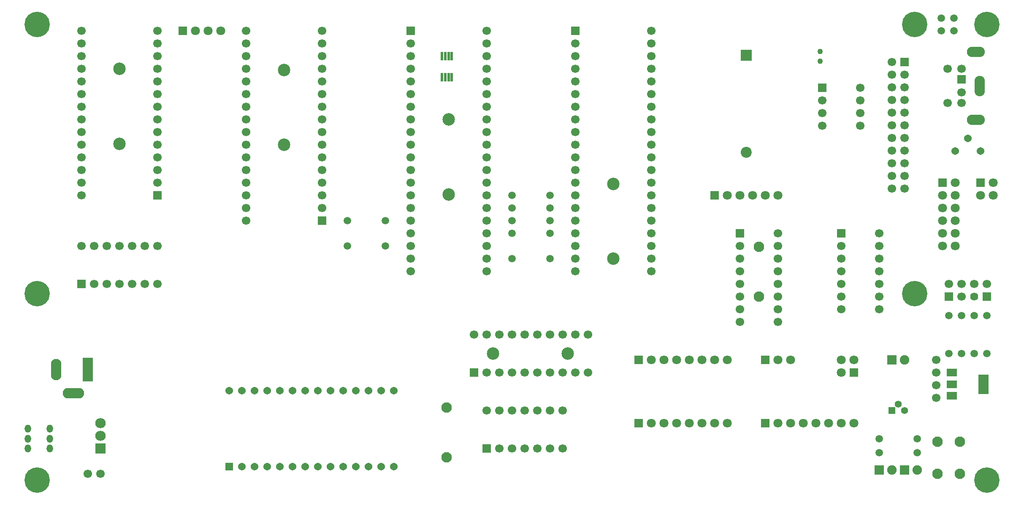
<source format=gbr>
%TF.GenerationSoftware,Novarm,DipTrace,4.3.0.4*%
%TF.CreationDate,2023-05-10T13:10:40+01:00*%
%FSLAX26Y26*%
%MOIN*%
%TF.FileFunction,Soldermask,Top*%
%TF.Part,Single*%
%AMOUTLINE1*
4,1,28,
-0.009843,-0.02818,
-0.009843,0.02818,
-0.009658,0.029584,
-0.009066,0.031012,
-0.008125,0.032239,
-0.006898,0.03318,
-0.00547,0.033772,
-0.004066,0.033957,
0.004066,0.033957,
0.00547,0.033772,
0.006898,0.03318,
0.008125,0.032239,
0.009066,0.031012,
0.009658,0.029584,
0.009843,0.02818,
0.009843,-0.02818,
0.009658,-0.029584,
0.009066,-0.031012,
0.008125,-0.032239,
0.006898,-0.03318,
0.00547,-0.033772,
0.004066,-0.033957,
-0.004066,-0.033957,
-0.00547,-0.033772,
-0.006898,-0.03318,
-0.008125,-0.032239,
-0.009066,-0.031012,
-0.009658,-0.029584,
-0.009843,-0.02818,
0*%
%ADD18C,0.055118*%
%ADD20R,0.066929X0.066929*%
%ADD21C,0.066929*%
%ADD25C,0.066929*%
%ADD33R,0.070866X0.070866*%
%ADD34C,0.070866*%
%ADD47C,0.082677*%
%ADD52C,0.043307*%
%ADD62C,0.086614*%
%ADD63R,0.086614X0.086614*%
%ADD65C,0.063937*%
%ADD67C,0.06063*%
%ADD69R,0.082677X0.153543*%
%ADD71R,0.082677X0.062992*%
%ADD73O,0.082677X0.078937*%
%ADD75R,0.082677X0.078937*%
%ADD77O,0.169291X0.082677*%
%ADD79O,0.082677X0.169291*%
%ADD81R,0.082677X0.185039*%
%ADD83O,0.051181X0.063937*%
%ADD85C,0.074803*%
%ADD86R,0.074803X0.074803*%
%ADD87O,0.082677X0.161417*%
%ADD89O,0.141732X0.082677*%
%ADD91C,0.06063*%
%ADD93R,0.06063X0.06063*%
%ADD95C,0.098425*%
%ADD97C,0.059055*%
%ADD98C,0.200787*%
%ADD100R,0.055118X0.055118*%
%ADD102C,0.070866*%
%ADD103C,0.059055*%
%ADD115OUTLINE1*%
G75*
G01*
%LPD*%
D20*
X902756Y2094488D3*
D21*
X1002756D3*
X1102756D3*
X1202756D3*
X1302756D3*
X1402756D3*
X1502756D3*
Y2394488D3*
X1402756D3*
X1302756D3*
X1202756D3*
X1102756D3*
X1002756D3*
X902756D3*
D20*
X2803150Y2593701D3*
D21*
Y2693701D3*
Y2793701D3*
Y2893701D3*
Y2993701D3*
Y3093701D3*
Y3193701D3*
Y3293701D3*
Y3393701D3*
Y3493701D3*
Y3593701D3*
Y3693701D3*
Y3793701D3*
Y3893701D3*
Y3993701D3*
Y4093701D3*
X2203150D3*
Y3993701D3*
Y3893701D3*
Y3793701D3*
Y3693701D3*
Y3593701D3*
Y3493701D3*
Y3393701D3*
Y3293701D3*
Y3193701D3*
Y3093701D3*
Y2993701D3*
Y2893701D3*
Y2793701D3*
Y2693701D3*
Y2593701D3*
D97*
X4602756D3*
D103*
X4302756D3*
D20*
X4802756Y4093701D3*
D21*
Y3993701D3*
Y3893701D3*
Y3793701D3*
Y3693701D3*
Y3593701D3*
Y3493701D3*
Y3393701D3*
Y3293701D3*
Y3193701D3*
Y3093701D3*
Y2993701D3*
Y2893701D3*
Y2793701D3*
Y2693701D3*
Y2593701D3*
Y2493701D3*
Y2393701D3*
Y2293701D3*
Y2193701D3*
X5402756D3*
Y2293701D3*
Y2393701D3*
Y2493701D3*
Y2593701D3*
Y2693701D3*
Y2793701D3*
Y2893701D3*
Y2993701D3*
Y3093701D3*
Y3193701D3*
Y3293701D3*
Y3393701D3*
Y3493701D3*
Y3593701D3*
Y3693701D3*
Y3793701D3*
Y3893701D3*
Y3993701D3*
Y4093701D3*
D33*
X6302756Y993701D3*
D102*
X6402756D3*
X6502756D3*
X6602756D3*
X6702756D3*
X6802756D3*
X6902756D3*
X7002756D3*
D33*
X6302756Y1493701D3*
D102*
X6402756D3*
X6502756D3*
D47*
X7664173Y593701D3*
Y849606D3*
X7841339Y593701D3*
Y849606D3*
D33*
X7002756Y1393701D3*
D102*
X6902756D3*
X7002756Y1493701D3*
X6902756D3*
D100*
X7302756Y1093701D3*
D18*
X7352756Y1143701D3*
X7402756Y1093701D3*
D47*
X6252756Y1993701D3*
Y2387402D3*
D33*
X7702756Y2893701D3*
D102*
X7802756D3*
X7702756Y2793701D3*
X7802756D3*
X7702756Y2693701D3*
X7802756D3*
X7702756Y2593701D3*
X7802756D3*
X7702756Y2493701D3*
X7802756D3*
X7702756Y2393701D3*
X7802756D3*
D33*
X5902756Y2793701D3*
D34*
X6002756D3*
X6102756D3*
X6202756D3*
X6302756D3*
X6402756D3*
D98*
X552756Y4143701D3*
Y2017717D3*
X7481890Y4143701D3*
Y2017717D3*
D20*
X7403150Y3848425D3*
D25*
X7303150D3*
X7403150Y3748425D3*
X7303150D3*
X7403150Y3648425D3*
X7303150D3*
X7403150Y3548425D3*
X7303150D3*
X7403150Y3448425D3*
X7303150D3*
X7403150Y3348425D3*
X7303150D3*
X7403150Y3248425D3*
X7303150D3*
X7403150Y3148425D3*
X7303150D3*
X7403150Y3048425D3*
X7303150D3*
X7403150Y2948425D3*
X7303150D3*
X7403150Y2848425D3*
X7303150D3*
D33*
X5302756Y1493701D3*
D102*
X5402756D3*
X5502756D3*
X5602756D3*
X5702756D3*
X5802756D3*
X5902756D3*
X6002756D3*
D97*
X7752756Y1843701D3*
D103*
Y1543701D3*
D20*
X3502362Y4093701D3*
D21*
Y3993701D3*
Y3893701D3*
Y3793701D3*
Y3693701D3*
Y3593701D3*
Y3493701D3*
Y3393701D3*
Y3293701D3*
Y3193701D3*
Y3093701D3*
Y2993701D3*
Y2893701D3*
Y2793701D3*
Y2693701D3*
Y2593701D3*
Y2493701D3*
Y2393701D3*
Y2293701D3*
Y2193701D3*
X4102362D3*
Y2293701D3*
Y2393701D3*
Y2493701D3*
Y2593701D3*
Y2693701D3*
Y2793701D3*
Y2893701D3*
Y2993701D3*
Y3093701D3*
Y3193701D3*
Y3293701D3*
Y3393701D3*
Y3493701D3*
Y3593701D3*
Y3693701D3*
Y3793701D3*
Y3893701D3*
Y3993701D3*
Y4093701D3*
D97*
X3002756Y2593701D3*
D103*
X3302756D3*
D95*
X2503150Y3193701D3*
Y3784252D3*
X4152756Y1543701D3*
X4743307D3*
D97*
X8052756D3*
D103*
Y1843701D3*
D20*
X6902756Y2493701D3*
D21*
Y2393701D3*
Y2293701D3*
Y2193701D3*
Y2093701D3*
Y1993701D3*
Y1893701D3*
X7202756D3*
Y1993701D3*
Y2093701D3*
Y2193701D3*
Y2293701D3*
Y2393701D3*
Y2493701D3*
D97*
Y871654D3*
D103*
X7502756D3*
D97*
X7692520Y4193701D3*
D103*
Y4093701D3*
D93*
X2068898Y650984D3*
D91*
X2168898D3*
X2268898D3*
X2368898D3*
X2468898D3*
X2568898D3*
X2668898D3*
X2768898D3*
X2868898D3*
X2968898D3*
X3068898D3*
X3168898D3*
X3268898D3*
X3368898D3*
Y1250984D3*
X3268898D3*
X3168898D3*
X3068898D3*
X2968898D3*
X2868898D3*
X2768898D3*
X2668898D3*
X2568898D3*
X2468898D3*
X2368898D3*
X2268898D3*
X2168898D3*
X2068898D3*
D20*
X4102756Y793701D3*
D21*
X4202756D3*
X4302756D3*
X4402756D3*
X4502756D3*
X4602756D3*
X4702756D3*
Y1093701D3*
X4602756D3*
X4502756D3*
X4402756D3*
X4302756D3*
X4202756D3*
X4102756D3*
D20*
X7852756Y3711024D3*
D25*
Y3608661D3*
Y3793701D3*
Y3525984D3*
X7742520Y3793701D3*
Y3525984D3*
D89*
X7964961Y3390157D3*
D87*
X7996457Y3659843D3*
D89*
X7964961Y3929528D3*
D97*
X7792520Y4193701D3*
D103*
Y4093701D3*
D97*
X4602756Y2793701D3*
D103*
X4302756D3*
D97*
X7952756Y1843701D3*
D103*
Y1543701D3*
D98*
X552756Y543701D3*
D86*
X7302756Y1493701D3*
D85*
X7402756D3*
D95*
X1203150Y3793701D3*
Y3203150D3*
D33*
X1702756Y4093701D3*
D102*
X1802756D3*
X1902756D3*
X2002756D3*
D33*
X5302756Y993701D3*
D102*
X5402756D3*
X5502756D3*
X5602756D3*
X5702756D3*
X5802756D3*
X5902756D3*
X6002756D3*
D83*
X479528Y872441D3*
X652756D3*
X479528Y951181D3*
Y793701D3*
X652756Y951181D3*
Y793701D3*
D81*
X952756Y1419291D3*
D79*
X704724D3*
D77*
X838583Y1230315D3*
D75*
X1052756Y793701D3*
D73*
Y893701D3*
Y993701D3*
D25*
X7652756Y1195276D3*
Y1293701D3*
D97*
X7502756Y760236D3*
D103*
X7202756D3*
D115*
X3750591Y3727362D3*
X3776181D3*
X3801772D3*
X3827362D3*
Y3893701D3*
X3801772D3*
X3776181D3*
X3750591D3*
D97*
X4602756Y2293701D3*
D103*
X4302756D3*
D97*
X4602756Y2493701D3*
D103*
X4302756D3*
D20*
X6753150Y3643307D3*
D21*
Y3543307D3*
Y3443307D3*
Y3343307D3*
X7053150D3*
Y3443307D3*
Y3543307D3*
Y3643307D3*
D71*
X7777756Y1393701D3*
Y1303150D3*
D69*
X8025787D3*
D71*
X7777756Y1212598D3*
D25*
X1052756Y593701D3*
X954331D3*
D97*
X7852756Y1843701D3*
D103*
Y1543701D3*
D20*
X4002756Y1393701D3*
D21*
X4102756D3*
X4202756D3*
X4302756D3*
X4402756D3*
X4502756D3*
X4602756D3*
X4702756D3*
X4802756D3*
X4902756D3*
Y1693701D3*
X4802756D3*
X4702756D3*
X4602756D3*
X4502756D3*
X4402756D3*
X4302756D3*
X4202756D3*
X4102756D3*
X4002756D3*
D47*
X3788091Y725984D3*
Y1119685D3*
D20*
X6102756Y2493701D3*
D21*
Y2393701D3*
Y2293701D3*
Y2193701D3*
Y2093701D3*
Y1993701D3*
Y1893701D3*
Y1793701D3*
X6402756D3*
Y1893701D3*
Y1993701D3*
Y2093701D3*
Y2193701D3*
Y2293701D3*
Y2393701D3*
Y2493701D3*
D86*
X7402756Y624606D3*
D85*
X7502756D3*
D98*
X8052756Y543701D3*
D86*
X7202756Y624606D3*
D85*
X7302756D3*
D67*
X7802756Y3143701D3*
X7902756Y3243701D3*
X8002756Y3143701D3*
D20*
X7752756Y1993701D3*
D25*
X7852756D3*
D65*
X7952756D3*
D20*
X8052756D3*
D25*
Y2093701D3*
X7952756D3*
X7852756D3*
X7752756D3*
D52*
X6735433Y3856299D3*
Y3931102D3*
D20*
X1503150Y2793701D3*
D21*
Y2893701D3*
Y2993701D3*
Y3093701D3*
Y3193701D3*
Y3293701D3*
Y3393701D3*
Y3493701D3*
Y3593701D3*
Y3693701D3*
Y3793701D3*
Y3893701D3*
Y3993701D3*
Y4093701D3*
X903150D3*
Y3993701D3*
Y3893701D3*
Y3793701D3*
Y3693701D3*
Y3593701D3*
Y3493701D3*
Y3393701D3*
Y3293701D3*
Y3193701D3*
Y3093701D3*
Y2993701D3*
Y2893701D3*
Y2793701D3*
D98*
X8052756Y4143701D3*
D33*
X8002756Y2893701D3*
D102*
X8102756D3*
X8002756Y2793701D3*
X8102756D3*
D95*
X5102756Y2293701D3*
Y2884252D3*
D97*
X4602756Y2693701D3*
D103*
X4302756D3*
D97*
X3002756Y2393701D3*
D103*
X3302756D3*
D95*
X3802362Y3393701D3*
Y2803150D3*
D25*
X7652756Y1395276D3*
Y1493701D3*
D63*
X6152756Y3901892D3*
D62*
Y3134176D3*
M02*

</source>
